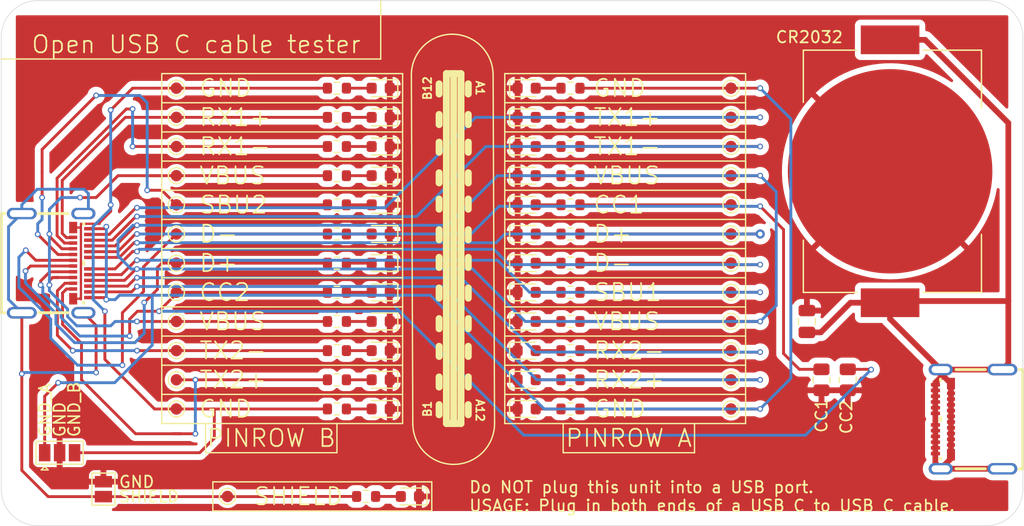
<source format=kicad_pcb>
(kicad_pcb (version 20211014) (generator pcbnew)
  (layers (0 "F.Cu" signal) (31 "B.Cu" signal) (34 "B.Paste" user) (35 "F.Paste" user) (36 "B.SilkS" user "B.Silkscreen") (37 "F.SilkS" user "F.Silkscreen") (38 "B.Mask" user) (39 "F.Mask" user) (44 "Edge.Cuts" user))
  (net 0 "")
  (net 1 "GND")
  (net 2 "VCC")
  (net 3 "SHIELD")
  (net 4 "GND_B")
  (net 5 "RX1+")
  (net 6 "RX1-")
  (net 7 "VBUS_B")
  (net 8 "SBU2")
  (net 9 "D2-")
  (net 10 "D2+")
  (net 11 "CC2")
  (net 12 "TX2-")
  (net 13 "TX2+")
  (net 14 "GND_A")
  (net 15 "RX2+")
  (net 16 "RX2-")
  (net 17 "VBUS_A")
  (net 18 "SBU1")
  (net 19 "D1-")
  (net 20 "D1+")
  (net 21 "CC1")
  (net 22 "TX1-")
  (net 23 "TX1+")
  (net 24 "Net-(LED1-Pad2)")
  (net 25 "Net-(LED2-Pad2)")
  (net 26 "Net-(LED3-Pad2)")
  (net 27 "Net-(LED4-Pad2)")
  (net 28 "Net-(LED5-Pad2)")
  (net 29 "Net-(LED6-Pad2)")
  (net 30 "Net-(LED7-Pad2)")
  (net 31 "Net-(LED8-Pad2)")
  (net 32 "Net-(LED9-Pad2)")
  (net 33 "Net-(LED10-Pad2)")
  (net 34 "Net-(LED11-Pad2)")
  (net 35 "Net-(LED12-Pad2)")
  (net 36 "Net-(LED13-Pad2)")
  (net 37 "Net-(LED14-Pad2)")
  (net 38 "Net-(LED15-Pad2)")
  (net 39 "Net-(LED16-Pad2)")
  (net 40 "Net-(LED17-Pad2)")
  (net 41 "Net-(LED18-Pad2)")
  (net 42 "Net-(LED19-Pad2)")
  (net 43 "Net-(LED20-Pad2)")
  (net 44 "Net-(LED21-Pad2)")
  (net 45 "Net-(LED22-Pad2)")
  (net 46 "Net-(LED23-Pad2)")
  (net 47 "Net-(LED24-Pad2)")
  (net 48 "Net-(LED25-Pad2)")
  (footprint "Capacitor_SMD:C_0805_2012Metric" (layer "F.Cu") (at 166.624 106.68 90)
    (fp_text reference "C1" hide)
    (fp_text value "1uF" hide)
  )
  (footprint "usb-c-tester:105450-0101" (layer "F.Cu") (at 180.721 115.189 90)
    (fp_text reference "J1" hide)
    (fp_text value "105450-0101" hide)
  )
  (footprint "usb-c-tester:105450-0101" (layer "F.Cu") (at 101.219 101.6 -90)
    (fp_text reference "J2" hide)
    (fp_text value "105450-0101" hide)
  )
  (footprint "Jumper:SolderJumper-3_P1.3mm_Open_Pad1.0x1.5mm" (layer "F.Cu") (at 101.6 118.11)
    (fp_text reference "JP1" hide)
    (fp_text value "SolderJumper_3_Open" hide)
  )
  (footprint "Jumper:SolderJumper-2_P1.3mm_Open_Pad1.0x1.5mm" (layer "F.Cu") (at 105.41 121.285 90)
    (fp_text reference "JP2" hide)
    (fp_text value "SolderJumper_2_Open" hide)
  )
  (footprint "LED_SMD:LED_0603_1608Metric" (layer "F.Cu") (at 142.24 86.36)
    (fp_text reference "LED1" hide)
    (fp_text value "LED" hide)
  )
  (footprint "LED_SMD:LED_0603_1608Metric" (layer "F.Cu") (at 142.24 88.9)
    (fp_text reference "LED2" hide)
    (fp_text value "LED" hide)
  )
  (footprint "LED_SMD:LED_0603_1608Metric" (layer "F.Cu") (at 142.24 91.44)
    (fp_text reference "LED3" hide)
    (fp_text value "LED" hide)
  )
  (footprint "LED_SMD:LED_0603_1608Metric" (layer "F.Cu") (at 142.24 93.98)
    (fp_text reference "LED4" hide)
    (fp_text value "LED" hide)
  )
  (footprint "LED_SMD:LED_0603_1608Metric" (layer "F.Cu") (at 142.24 96.52)
    (fp_text reference "LED5" hide)
    (fp_text value "LED" hide)
  )
  (footprint "LED_SMD:LED_0603_1608Metric" (layer "F.Cu") (at 142.24 99.06)
    (fp_text reference "LED6" hide)
    (fp_text value "LED" hide)
  )
  (footprint "LED_SMD:LED_0603_1608Metric" (layer "F.Cu") (at 142.24 101.6)
    (fp_text reference "LED7" hide)
    (fp_text value "LED" hide)
  )
  (footprint "LED_SMD:LED_0603_1608Metric" (layer "F.Cu") (at 142.24 104.14)
    (fp_text reference "LED8" hide)
    (fp_text value "LED" hide)
  )
  (footprint "LED_SMD:LED_0603_1608Metric" (layer "F.Cu") (at 142.24 109.22)
    (fp_text reference "LED9" hide)
    (fp_text value "LED" hide)
  )
  (footprint "LED_SMD:LED_0603_1608Metric" (layer "F.Cu") (at 142.24 111.76)
    (fp_text reference "LED10" hide)
    (fp_text value "LED" hide)
  )
  (footprint "LED_SMD:LED_0603_1608Metric" (layer "F.Cu") (at 132.08 121.92 180)
    (fp_text reference "LED11" hide)
    (fp_text value "LED" hide)
  )
  (footprint "LED_SMD:LED_0603_1608Metric" (layer "F.Cu") (at 129.54 114.3 180)
    (fp_text reference "LED12" hide)
    (fp_text value "LED" hide)
  )
  (footprint "LED_SMD:LED_0603_1608Metric" (layer "F.Cu") (at 129.54 111.76 180)
    (fp_text reference "LED13" hide)
    (fp_text value "LED" hide)
  )
  (footprint "LED_SMD:LED_0603_1608Metric" (layer "F.Cu") (at 129.54 109.22 180)
    (fp_text reference "LED14" hide)
    (fp_text value "LED" hide)
  )
  (footprint "LED_SMD:LED_0603_1608Metric" (layer "F.Cu") (at 129.54 106.68 180)
    (fp_text reference "LED15" hide)
    (fp_text value "LED" hide)
  )
  (footprint "LED_SMD:LED_0603_1608Metric" (layer "F.Cu") (at 129.54 104.14 180)
    (fp_text reference "LED16" hide)
    (fp_text value "LED" hide)
  )
  (footprint "LED_SMD:LED_0603_1608Metric" (layer "F.Cu") (at 129.54 101.6 180)
    (fp_text reference "LED17" hide)
    (fp_text value "LED" hide)
  )
  (footprint "LED_SMD:LED_0603_1608Metric" (layer "F.Cu") (at 129.54 99.06 180)
    (fp_text reference "LED18" hide)
    (fp_text value "LED" hide)
  )
  (footprint "LED_SMD:LED_0603_1608Metric" (layer "F.Cu") (at 129.54 96.52 180)
    (fp_text reference "LED19" hide)
    (fp_text value "LED" hide)
  )
  (footprint "LED_SMD:LED_0603_1608Metric" (layer "F.Cu") (at 129.54 91.44 180)
    (fp_text reference "LED20" hide)
    (fp_text value "LED" hide)
  )
  (footprint "LED_SMD:LED_0603_1608Metric" (layer "F.Cu") (at 129.54 88.9 180)
    (fp_text reference "LED21" hide)
    (fp_text value "LED" hide)
  )
  (footprint "LED_SMD:LED_0603_1608Metric" (layer "F.Cu") (at 142.24 106.68)
    (fp_text reference "LED22" hide)
    (fp_text value "LED" hide)
  )
  (footprint "LED_SMD:LED_0603_1608Metric" (layer "F.Cu") (at 142.24 114.3)
    (fp_text reference "LED23" hide)
    (fp_text value "LED" hide)
  )
  (footprint "LED_SMD:LED_0603_1608Metric" (layer "F.Cu") (at 129.54 86.36 180)
    (fp_text reference "LED24" hide)
    (fp_text value "LED" hide)
  )
  (footprint "LED_SMD:LED_0603_1608Metric" (layer "F.Cu") (at 129.54 93.98 180)
    (fp_text reference "LED25" hide)
    (fp_text value "LED" hide)
  )
  (footprint "Resistor_SMD:R_0603_1608Metric" (layer "F.Cu") (at 146.05 86.36 180)
    (fp_text reference "R1" hide)
    (fp_text value "100" hide)
  )
  (footprint "Resistor_SMD:R_0603_1608Metric" (layer "F.Cu") (at 146.05 88.9 180)
    (fp_text reference "R2" hide)
    (fp_text value "100" hide)
  )
  (footprint "Resistor_SMD:R_0603_1608Metric" (layer "F.Cu") (at 146.05 91.44 180)
    (fp_text reference "R3" hide)
    (fp_text value "100" hide)
  )
  (footprint "Resistor_SMD:R_0603_1608Metric" (layer "F.Cu") (at 146.05 93.98 180)
    (fp_text reference "R4" hide)
    (fp_text value "100" hide)
  )
  (footprint "Resistor_SMD:R_0603_1608Metric" (layer "F.Cu") (at 146.05 96.52 180)
    (fp_text reference "R5" hide)
    (fp_text value "100" hide)
  )
  (footprint "Resistor_SMD:R_0603_1608Metric" (layer "F.Cu") (at 146.05 99.06 180)
    (fp_text reference "R6" hide)
    (fp_text value "100" hide)
  )
  (footprint "Resistor_SMD:R_0603_1608Metric" (layer "F.Cu") (at 146.05 101.6 180)
    (fp_text reference "R7" hide)
    (fp_text value "100" hide)
  )
  (footprint "Resistor_SMD:R_0603_1608Metric" (layer "F.Cu") (at 146.05 104.14 180)
    (fp_text reference "R8" hide)
    (fp_text value "100" hide)
  )
  (footprint "Resistor_SMD:R_0603_1608Metric" (layer "F.Cu") (at 146.05 109.22 180)
    (fp_text reference "R9" hide)
    (fp_text value "100" hide)
  )
  (footprint "Resistor_SMD:R_0603_1608Metric" (layer "F.Cu") (at 146.05 111.76 180)
    (fp_text reference "R10" hide)
    (fp_text value "100" hide)
  )
  (footprint "Resistor_SMD:R_0603_1608Metric" (layer "F.Cu") (at 128.27 121.92)
    (fp_text reference "R11" hide)
    (fp_text value "100" hide)
  )
  (footprint "Resistor_SMD:R_0603_1608Metric" (layer "F.Cu") (at 125.73 114.3)
    (fp_text reference "R12" hide)
    (fp_text value "100" hide)
  )
  (footprint "Resistor_SMD:R_0603_1608Metric" (layer "F.Cu") (at 125.73 111.76)
    (fp_text reference "R13" hide)
    (fp_text value "100" hide)
  )
  (footprint "Resistor_SMD:R_0603_1608Metric" (layer "F.Cu") (at 125.73 109.22)
    (fp_text reference "R14" hide)
    (fp_text value "100" hide)
  )
  (footprint "Resistor_SMD:R_0603_1608Metric" (layer "F.Cu") (at 125.73 106.68)
    (fp_text reference "R15" hide)
    (fp_text value "100" hide)
  )
  (footprint "Resistor_SMD:R_0603_1608Metric" (layer "F.Cu") (at 125.73 104.14)
    (fp_text reference "R16" hide)
    (fp_text value "100" hide)
  )
  (footprint "Resistor_SMD:R_0603_1608Metric" (layer "F.Cu") (at 125.73 101.6)
    (fp_text reference "R17" hide)
    (fp_text value "100" hide)
  )
  (footprint "Resistor_SMD:R_0603_1608Metric" (layer "F.Cu") (at 125.73 99.06)
    (fp_text reference "R18" hide)
    (fp_text value "100" hide)
  )
  (footprint "Resistor_SMD:R_0603_1608Metric" (layer "F.Cu") (at 125.73 96.52)
    (fp_text reference "R19" hide)
    (fp_text value "100" hide)
  )
  (footprint "Resistor_SMD:R_0603_1608Metric" (layer "F.Cu") (at 125.73 91.44)
    (fp_text reference "R20" hide)
    (fp_text value "100" hide)
  )
  (footprint "Resistor_SMD:R_0603_1608Metric" (layer "F.Cu") (at 125.73 88.9)
    (fp_text reference "R21" hide)
    (fp_text value "100" hide)
  )
  (footprint "Resistor_SMD:R_0603_1608Metric" (layer "F.Cu") (at 146.05 106.68 180)
    (fp_text reference "R22" hide)
    (fp_text value "100" hide)
  )
  (footprint "Resistor_SMD:R_0603_1608Metric" (layer "F.Cu") (at 146.05 114.3 180)
    (fp_text reference "R23" hide)
    (fp_text value "100" hide)
  )
  (footprint "Resistor_SMD:R_0603_1608Metric" (layer "F.Cu") (at 125.73 86.36)
    (fp_text reference "R24" hide)
    (fp_text value "100" hide)
  )
  (footprint "Resistor_SMD:R_0603_1608Metric" (layer "F.Cu") (at 125.73 93.98)
    (fp_text reference "R25" hide)
    (fp_text value "100" hide)
  )
  (footprint "Resistor_SMD:R_0805_2012Metric" (layer "F.Cu") (at 167.894 111.76 -90)
    (fp_text reference "R26" hide)
    (fp_text value "R" hide)
  )
  (footprint "Resistor_SMD:R_0805_2012Metric" (layer "F.Cu") (at 170.18 111.76 -90)
    (fp_text reference "R27" hide)
    (fp_text value "R" hide)
  )
  (footprint "TestPoint:TestPoint_Pad_D1.0mm" (layer "F.Cu") (at 160.02 86.36)
    (fp_text reference "TP1" hide)
    (fp_text value "TestPoint" hide)
  )
  (footprint "TestPoint:TestPoint_Pad_D1.0mm" (layer "F.Cu") (at 160.02 88.9)
    (fp_text reference "TP2" hide)
    (fp_text value "TestPoint" hide)
  )
  (footprint "TestPoint:TestPoint_Pad_D1.0mm" (layer "F.Cu") (at 160.02 91.44)
    (fp_text reference "TP3" hide)
    (fp_text value "TestPoint" hide)
  )
  (footprint "TestPoint:TestPoint_Pad_D1.0mm" (layer "F.Cu") (at 160.02 93.98)
    (fp_text reference "TP4" hide)
    (fp_text value "TestPoint" hide)
  )
  (footprint "TestPoint:TestPoint_Pad_D1.0mm" (layer "F.Cu") (at 160.02 96.52)
    (fp_text reference "TP5" hide)
    (fp_text value "TestPoint" hide)
  )
  (footprint "TestPoint:TestPoint_Pad_D1.0mm" (layer "F.Cu") (at 160.02 99.06)
    (fp_text reference "TP6" hide)
    (fp_text value "TestPoint" hide)
  )
  (footprint "TestPoint:TestPoint_Pad_D1.0mm" (layer "F.Cu") (at 160.02 101.6)
    (fp_text reference "TP7" hide)
    (fp_text value "TestPoint" hide)
  )
  (footprint "TestPoint:TestPoint_Pad_D1.0mm" (layer "F.Cu") (at 160.02 104.14)
    (fp_text reference "TP8" hide)
    (fp_text value "TestPoint" hide)
  )
  (footprint "TestPoint:TestPoint_Pad_D1.0mm" (layer "F.Cu") (at 160.02 109.22)
    (fp_text reference "TP9" hide)
    (fp_text value "TestPoint" hide)
  )
  (footprint "TestPoint:TestPoint_Pad_D1.0mm" (layer "F.Cu") (at 160.02 111.76)
    (fp_text reference "TP10" hide)
    (fp_text value "TestPoint" hide)
  )
  (footprint "TestPoint:TestPoint_Pad_D1.0mm" (layer "F.Cu") (at 116.205 121.92)
    (fp_text reference "TP11" hide)
    (fp_text value "TestPoint" hide)
  )
  (footprint "TestPoint:TestPoint_Pad_D1.0mm" (layer "F.Cu") (at 111.76 114.3)
    (fp_text reference "TP12" hide)
    (fp_text value "TestPoint" hide)
  )
  (footprint "TestPoint:TestPoint_Pad_D1.0mm" (layer "F.Cu") (at 111.76 111.76)
    (fp_text reference "TP13" hide)
    (fp_text value "TestPoint" hide)
  )
  (footprint "TestPoint:TestPoint_Pad_D1.0mm" (layer "F.Cu") (at 111.76 109.22)
    (fp_text reference "TP14" hide)
    (fp_text value "TestPoint" hide)
  )
  (footprint "TestPoint:TestPoint_Pad_D1.0mm" (layer "F.Cu") (at 111.76 106.68)
    (fp_text reference "TP15" hide)
    (fp_text value "TestPoint" hide)
  )
  (footprint "TestPoint:TestPoint_Pad_D1.0mm" (layer "F.Cu") (at 111.76 104.14)
    (fp_text reference "TP16" hide)
    (fp_text value "TestPoint" hide)
  )
  (footprint "TestPoint:TestPoint_Pad_D1.0mm" (layer "F.Cu") (at 111.76 101.6)
    (fp_text reference "TP17" hide)
    (fp_text value "TestPoint" hide)
  )
  (footprint "TestPoint:TestPoint_Pad_D1.0mm" (layer "F.Cu") (at 111.76 99.06)
    (fp_text reference "TP18" hide)
    (fp_text value "TestPoint" hide)
  )
  (footprint "TestPoint:TestPoint_Pad_D1.0mm" (layer "F.Cu") (at 111.76 96.52)
    (fp_text reference "TP19" hide)
    (fp_text value "TestPoint" hide)
  )
  (footprint "TestPoint:TestPoint_Pad_D1.0mm" (layer "F.Cu") (at 111.76 91.44)
    (fp_text reference "TP20" hide)
    (fp_text value "TestPoint" hide)
  )
  (footprint "TestPoint:TestPoint_Pad_D1.0mm" (layer "F.Cu") (at 111.76 88.9)
    (fp_text reference "TP21" hide)
    (fp_text value "TestPoint" hide)
  )
  (footprint "TestPoint:TestPoint_Pad_D1.0mm" (layer "F.Cu") (at 160.02 106.68)
    (fp_text reference "TP22" hide)
    (fp_text value "TestPoint" hide)
  )
  (footprint "TestPoint:TestPoint_Pad_D1.0mm" (layer "F.Cu") (at 160.02 114.3)
    (fp_text reference "TP23" hide)
    (fp_text value "TestPoint" hide)
  )
  (footprint "TestPoint:TestPoint_Pad_D1.0mm" (layer "F.Cu") (at 111.76 86.36)
    (fp_text reference "TP24" hide)
    (fp_text value "TestPoint" hide)
  )
  (footprint "TestPoint:TestPoint_Pad_D1.0mm" (layer "F.Cu") (at 111.76 93.98)
    (fp_text reference "TP25" hide)
    (fp_text value "TestPoint" hide)
  )
  (footprint "usb-c-tester:BAT_BAT-HLD-001-TR" (layer "F.Cu") (at 173.863 93.599 90)
    (fp_text reference "G1" hide)
    (fp_text value "BAT-HLD-001-TR" hide)
  )
  (gr_line (start 161.29 87.63) (end 140.335 87.63) (layer "F.SilkS") (width 0.12))
  (gr_line (start 140.335 85.09) (end 161.29 85.09) (layer "F.SilkS") (width 0.12))
  (gr_line (start 131.445 115.57) (end 131.445 85.09) (layer "F.SilkS") (width 0.12))
  (gr_line (start 145.415 115.57) (end 145.415 118.11) (layer "F.SilkS") (width 0.12))
  (gr_line (start 145.415 118.11) (end 156.845 118.11) (layer "F.SilkS") (width 0.12))
  (gr_line (start 156.845 118.11) (end 156.845 115.57) (layer "F.SilkS") (width 0.12))
  (gr_line (start 114.935 123.19) (end 114.935 120.65) (layer "F.SilkS") (width 0.12))
  (gr_line (start 136.525 85.09) (end 136.525 115.57) (layer "F.SilkS") (width 0.6))
  (gr_line (start 135.255 85.09) (end 136.525 85.09) (layer "F.SilkS") (width 0.6))
  (gr_line (start 135.255 115.57) (end 136.525 115.57) (layer "F.SilkS") (width 0.6))
  (gr_line (start 137.16 85.979) (end 137.16 86.868) (layer "F.SilkS") (width 0.6))
  (gr_line (start 134.62 93.726) (end 134.62 94.615) (layer "F.SilkS") (width 0.6))
  (gr_line (start 134.62 91.059) (end 134.62 91.948) (layer "F.SilkS") (width 0.6))
  (gr_line (start 134.62 88.646) (end 134.62 89.535) (layer "F.SilkS") (width 0.6))
  (gr_line (start 134.62 85.979) (end 134.62 86.868) (layer "F.SilkS") (width 0.6))
  (gr_line (start 134.62 113.919) (end 134.62 114.808) (layer "F.SilkS") (width 0.6))
  (gr_line (start 134.62 111.506) (end 134.62 112.395) (layer "F.SilkS") (width 0.6))
  (gr_line (start 134.62 108.839) (end 134.62 109.728) (layer "F.SilkS") (width 0.6))
  (gr_line (start 134.62 106.426) (end 134.62 107.315) (layer "F.SilkS") (width 0.6))
  (gr_line (start 134.62 103.759) (end 134.62 104.648) (layer "F.SilkS") (width 0.6))
  (gr_line (start 134.62 101.092) (end 134.62 101.981) (layer "F.SilkS") (width 0.6))
  (gr_line (start 134.62 98.679) (end 134.62 99.568) (layer "F.SilkS") (width 0.6))
  (gr_line (start 134.62 96.012) (end 134.62 96.901) (layer "F.SilkS") (width 0.6))
  (gr_arc (start 132.207 85.217) (mid 133.248528 82.702528) (end 135.763 81.661) (layer "F.SilkS") (width 0.12))
  (gr_arc (start 135.763 81.661) (mid 138.277472 82.702528) (end 139.319 85.217) (layer "F.SilkS") (width 0.12))
  (gr_arc (start 139.446 115.57) (mid 138.404472 118.084472) (end 135.89 119.126) (layer "F.SilkS") (width 0.12))
  (gr_arc (start 135.89 119.126) (mid 133.375528 118.084472) (end 132.334 115.57) (layer "F.SilkS") (width 0.12))
  (gr_line (start 139.446 115.57) (end 139.319 85.217) (layer "F.SilkS") (width 0.12))
  (gr_line (start 114.3 118.11) (end 125.73 118.11) (layer "F.SilkS") (width 0.12))
  (gr_line (start 140.335 87.63) (end 140.335 115.57) (layer "F.SilkS") (width 0.12))
  (gr_line (start 133.985 123.19) (end 114.935 123.19) (layer "F.SilkS") (width 0.12))
  (gr_line (start 131.445 97.79) (end 110.49 97.79) (layer "F.SilkS") (width 0.12))
  (gr_line (start 135.255 85.09) (end 135.255 115.57) (layer "F.SilkS") (width 0.6))
  (gr_line (start 137.16 93.726) (end 137.16 94.615) (layer "F.SilkS") (width 0.6))
  (gr_line (start 140.335 97.79) (end 161.29 97.79) (layer "F.SilkS") (width 0.12))
  (gr_line (start 140.335 92.71) (end 161.29 92.71) (layer "F.SilkS") (width 0.12))
  (gr_line (start 131.445 102.87) (end 110.49 102.87) (layer "F.SilkS") (width 0.12))
  (gr_line (start 137.16 98.679) (end 137.16 99.568) (layer "F.SilkS") (width 0.6))
  (gr_line (start 137.16 106.426) (end 137.16 107.315) (layer "F.SilkS") (width 0.6))
  (gr_line (start 132.207 85.217) (end 132.334 115.697) (layer "F.SilkS") (width 0.12))
  (gr_line (start 140.335 115.57) (end 161.29 115.57) (layer "F.SilkS") (width 0.12))
  (gr_line (start 131.445 105.41) (end 110.49 105.41) (layer "F.SilkS") (width 0.12))
  (gr_line (start 140.335 107.95) (end 161.29 107.95) (layer "F.SilkS") (width 0.12))
  (gr_line (start 125.73 118.11) (end 125.73 115.57) (layer "F.SilkS") (width 0.12))
  (gr_line (start 110.49 90.17) (end 131.445 90.17) (layer "F.SilkS") (width 0.12))
  (gr_line (start 131.445 92.71) (end 110.49 92.71) (layer "F.SilkS") (width 0.12))
  (gr_line (start 135.89 85.09) (end 135.89 115.57) (layer "F.SilkS") (width 0.6))
  (gr_line (start 137.16 108.839) (end 137.16 109.728) (layer "F.SilkS") (width 0.6))
  (gr_line (start 140.335 105.41) (end 161.29 105.41) (layer "F.SilkS") (width 0.12))
  (gr_line (start 140.335 102.87) (end 161.29 102.87) (layer "F.SilkS") (width 0.12))
  (gr_line (start 140.335 110.49) (end 161.29 110.49) (layer "F.SilkS") (width 0.12))
  (gr_line (start 140.335 100.33) (end 161.29 100.33) (layer "F.SilkS") (width 0.12))
  (gr_line (start 110.49 100.33) (end 131.445 100.33) (layer "F.SilkS") (width 0.12))
  (gr_line (start 114.935 120.65) (end 133.985 120.65) (layer "F.SilkS") (width 0.12))
  (gr_line (start 110.49 115.57) (end 131.445 115.57) (layer "F.SilkS") (width 0.12))
  (gr_line (start 96.52 83.82) (end 129.54 83.82) (layer "F.SilkS") (width 0.12))
  (gr_line (start 129.54 83.82) (end 129.54 78.74) (layer "F.SilkS") (width 0.12))
  (gr_line (start 131.445 85.09) (end 110.49 85.09) (layer "F.SilkS") (width 0.12))
  (gr_line (start 161.29 90.17) (end 140.335 90.17) (layer "F.SilkS") (width 0.12))
  (gr_line (start 137.16 88.646) (end 137.16 89.535) (layer "F.SilkS") (width 0.6))
  (gr_line (start 161.29 92.71) (end 161.29 95.25) (layer "F.SilkS") (width 0.12))
  (gr_line (start 161.29 95.25) (end 140.335 95.25) (layer "F.SilkS") (width 0.12))
  (gr_line (start 131.445 113.03) (end 110.49 113.03) (layer "F.SilkS") (width 0.12))
  (gr_line (start 131.445 87.63) (end 110.49 87.63) (layer "F.SilkS") (width 0.12))
  (gr_line (start 110.49 85.09) (end 110.49 115.57) (layer "F.SilkS") (width 0.12))
  (gr_line (start 137.16 91.059) (end 137.16 91.948) (layer "F.SilkS") (width 0.6))
  (gr_line (start 133.985 120.65) (end 133.985 123.19) (layer "F.SilkS") (width 0.12))
  (gr_line (start 137.16 101.092) (end 137.16 101.981) (layer "F.SilkS") (width 0.6))
  (gr_line (start 137.16 111.506) (end 137.16 112.395) (layer "F.SilkS") (width 0.6))
  (gr_line (start 137.16 113.919) (end 137.16 114.808) (layer "F.SilkS") (width 0.6))
  (gr_line (start 140.335 113.03) (end 161.29 113.03) (layer "F.SilkS") (width 0.12))
  (gr_line (start 140.335 87.63) (end 140.335 85.09) (layer "F.SilkS") (width 0.12))
  (gr_line (start 131.445 107.95) (end 110.49 107.95) (layer "F.SilkS") (width 0.12))
  (gr_line (start 137.16 96.012) (end 137.16 96.901) (layer "F.SilkS") (width 0.6))
  (gr_line (start 110.49 110.49) (end 131.445 110.49) (layer "F.SilkS") (width 0.12))
  (gr_line (start 137.16 103.759) (end 137.16 104.648) (layer "F.SilkS") (width 0.6))
  (gr_line (start 110.49 95.25) (end 131.445 95.25) (layer "F.SilkS") (width 0.12))
  (gr_line (start 161.29 115.57) (end 161.29 85.09) (layer "F.SilkS") (width 0.12))
  (gr_line (start 114.3 115.57) (end 114.3 118.11) (layer "F.SilkS") (width 0.12))
  (gr_arc (start 182.245 78.74) (mid 184.490064 79.669936) (end 185.42 81.915) (layer "Edge.Cuts") (width 0.05))
  (gr_line (start 99.695 78.74) (end 182.245 78.74) (layer "Edge.Cuts") (width 0.05))
  (gr_line (start 96.52 121.285) (end 96.52 81.915) (layer "Edge.Cuts") (width 0.05))
  (gr_line (start 185.42 81.915) (end 185.42 121.285) (layer "Edge.Cuts") (width 0.05))
  (gr_line (start 182.245 124.46) (end 99.695 124.46) (layer "Edge.Cuts") (width 0.05))
  (gr_arc (start 185.42 121.285) (mid 184.490064 123.530064) (end 182.245 124.46) (layer "Edge.Cuts") (width 0.05))
  (gr_arc (start 99.695 124.46) (mid 97.449936 123.530064) (end 96.52 121.285) (layer "Edge.Cuts") (width 0.05))
  (gr_arc (start 96.52 81.915) (mid 97.449936 79.669936) (end 99.695 78.74) (layer "Edge.Cuts") (width 0.05))
  (gr_text "RX1+" (at 113.665 88.9) (layer "F.SilkS") (effects (font (size 1.5 1.5)) (justify left)))
  (gr_text "PINROW B" (at 120.015 116.84) (layer "F.SilkS") (effects (font (size 1.5 1.5))))
  (gr_text "PINROW A" (at 151.13 116.84) (layer "F.SilkS") (effects (font (size 1.5 1.5))))
  (gr_text "SHIELD" (at 126.365 121.92) (layer "F.SilkS") (effects (font (size 1.5 1.5)) (justify right)))
  (gr_text "GND" (at 101.6 116.84 90) (layer "F.SilkS") (effects (font (size 1 1)) (justify left)))
  (gr_text "GND_A" (at 100.33 116.84 90) (layer "F.SilkS") (effects (font (size 1 1)) (justify left)))
  (gr_text "CR2032" (at 163.83 81.915) (layer "F.SilkS") (effects (font (size 1 1)) (justify left)))
  (gr_text "Open USB C cable tester" (at 99.06 82.55) (layer "F.SilkS") (effects (font (size 1.5 1.5)) (justify left)))
  (gr_text "Do NOT plug this unit into a USB port.\nUSAGE: Plug in both ends of a USB C to USB C cable." (at 137.16 121.92) (layer "F.SilkS") (effects (font (size 1 1)) (justify left)))
  (gr_text "B12" (at 133.604 86.36 90) (layer "F.SilkS") (effects (font (size 0.7 0.7))))
  (gr_text "CC1" (at 167.894 116.459 90) (layer "F.SilkS") (effects (font (size 1 1)) (justify left)))
  (gr_text "CC2" (at 170.053 116.586 90) (layer "F.SilkS") (effects (font (size 1 1)) (justify left)))
  (gr_text "GND" (at 113.665 114.3) (layer "F.SilkS") (effects (font (size 1.5 1.5)) (justify left)))
  (gr_text "A12" (at 138.176 114.427 270) (layer "F.SilkS") (effects (font (size 0.7 0.7))))
  (gr_text "TX2-" (at 113.665 109.22) (layer "F.SilkS") (effects (font (size 1.5 1.5)) (justify left)))
  (gr_text "GND_B" (at 102.87 116.84 90) (layer "F.SilkS") (effects (font (size 1 1)) (justify left)))
  (gr_text "D+" (at 147.955 99.06) (layer "F.SilkS") (effects (font (size 1.5 1.5)) (justify left)))
  (gr_text "RX2-" (at 147.955 109.22) (layer "F.SilkS") (effects (font (size 1.5 1.5)) (justify left)))
  (gr_text "RX1-" (at 113.665 91.44) (layer "F.SilkS") (effects (font (size 1.5 1.5)) (justify left)))
  (gr_text "VBUS" (at 113.665 106.68) (layer "F.SilkS") (effects (font (size 1.5 1.5)) (justify left)))
  (gr_text "B1" (at 133.604 114.3 90) (layer "F.SilkS") (effects (font (size 0.7 0.7))))
  (gr_text "GND" (at 147.955 114.3) (layer "F.SilkS") (effects (font (size 1.5 1.5)) (justify left)))
  (gr_text "TX1-" (at 147.955 91.44) (layer "F.SilkS") (effects (font (size 1.5 1.5)) (justify left)))
  (gr_text "TX1+" (at 147.955 88.9) (layer "F.SilkS") (effects (font (size 1.5 1.5)) (justify left)))
  (gr_text "VBUS" (at 147.955 106.68) (layer "F.SilkS") (effects (font (size 1.5 1.5)) (justify left)))
  (gr_text "RX2+" (at 147.955 111.76) (layer "F.SilkS") (effects (font (size 1.5 1.5)) (justify left)))
  (gr_text "GND" (at 113.665 86.36) (layer "F.SilkS") (effects (font (size 1.5 1.5)) (justify left)))
  (gr_text "D+" (at 113.665 101.6) (layer "F.SilkS") (effects (font (size 1.5 1.5)) (justify left)))
  (gr_text "SHIELD" (at 106.68 121.92) (layer "F.SilkS") (effects (font (size 1 1)) (justify left)))
  (gr_text "GND" (at 147.955 86.36) (layer "F.SilkS") (effects (font (size 1.5 1.5)) (justify left)))
  (gr_text "D-" (at 147.955 101.6) (layer "F.SilkS") (effects (font (size 1.5 1.5)) (justify left)))
  (gr_text "VBUS" (at 147.955 93.98) (layer "F.SilkS") (effects (font (size 1.5 1.5)) (justify left)))
  (gr_text "D-" (at 113.665 99.06) (layer "F.SilkS") (effects (font (size 1.5 1.5)) (justify left)))
  (gr_text "TX2+" (at 113.665 111.76) (layer "F.SilkS") (effects (font (size 1.5 1.5)) (justify left)))
  (gr_text "VBUS" (at 113.665 93.98) (layer "F.SilkS") (effects (font (size 1.5 1.5)) (justify left)))
  (gr_text "CC2" (at 113.665 104.14) (layer "F.SilkS") (effects (font (size 1.5 1.5)) (justify left)))
  (gr_text "SBU1" (at 147.955 104.14) (layer "F.SilkS") (effects (font (size 1.5 1.5)) (justify left)))
  (gr_text "SBU2" (at 113.665 96.52) (layer "F.SilkS") (effects (font (size 1.5 1.5)) (justify left)))
  (gr_text "CC1" (at 147.955 96.52) (layer "F.SilkS") (effects (font (size 1.5 1.5)) (justify left)))
  (gr_text "GND" (at 106.68 120.65) (layer "F.SilkS") (effects (font (size 1 1)) (justify left)))
  (gr_text "A1" (at 138.176 86.36 270) (layer "F.SilkS") (effects (font (size 0.7 0.7))))
  (segment (start 178.271 110.869) (end 178.271 111.543) (width 0.5) (layer "F.Cu") (net 2))
  (segment (start 184.15 104.902) (end 184.15 110.35) (width 0.5) (layer "F.Cu") (net 2))
  (segment (start 178.271 110.869) (end 178.271 111.199) (width 0.5) (layer "F.Cu") (net 2))
  (segment (start 179.161 118.289) (end 179.161 118.619) (width 0.5) (layer "F.Cu") (net 2))
  (segment (start 170.414 105.049) (end 173.863 105.049) (width 0.5) (layer "F.Cu") (net 2))
  (segment (start 178.271 111.543) (end 177.8 112.014) (width 0.5) (layer "F.Cu") (net 2))
  (segment (start 178.271 111.199) (end 179.161 112.089) (width 0.5) (layer "F.Cu") (net 2))
  (segment (start 184.15 110.35) (end 183.631 110.869) (width 0.5) (layer "F.Cu") (net 2))
  (segment (start 177.8 112.014) (end 177.8 119.038) (width 0.5) (layer "F.Cu") (net 2))
  (segment (start 173.863 106.461) (end 178.271 110.869) (width 0.5) (layer "F.Cu") (net 2))
  (segment (start 174.01 104.902) (end 173.863 105.049) (width 0.5) (layer "F.Cu") (net 2))
  (segment (start 173.863 105.049) (end 173.863 106.461) (width 0.5) (layer "F.Cu") (net 2))
  (segment (start 177.8 119.038) (end 178.271 119.509) (width 0.5) (layer "F.Cu") (net 2))
  (segment (start 178.271 119.509) (end 183.631 119.509) (width 0.5) (layer "F.Cu") (net 2))
  (segment (start 178.271 110.869) (end 183.631 110.869) (width 0.5) (layer "F.Cu") (net 2))
  (segment (start 184.15 104.902) (end 174.01 104.902) (width 0.5) (layer "F.Cu") (net 2))
  (segment (start 173.863 82.149) (end 176.913 82.149) (width 0.5) (layer "F.Cu") (net 2))
  (segment (start 166.624 107.63) (end 167.833 107.63) (width 0.5) (layer "F.Cu") (net 2))
  (segment (start 184.15 89.386) (end 184.15 104.902) (width 0.5) (layer "F.Cu") (net 2))
  (segment (start 179.161 118.619) (end 178.271 119.509) (width 0.5) (layer "F.Cu") (net 2))
  (segment (start 176.913 82.149) (end 184.15 89.386) (width 0.5) (layer "F.Cu") (net 2))
  (segment (start 179.161 112.089) (end 179.161 118.289) (width 0.5) (layer "F.Cu") (net 2))
  (segment (start 167.833 107.63) (end 170.414 105.049) (width 0.5) (layer "F.Cu") (net 2))
  (segment (start 103.669 105.92) (end 104.775 107.026) (width 0.25) (layer "F.Cu") (net 3))
  (segment (start 104.775 107.026) (end 104.775 111.125) (width 0.25) (layer "F.Cu") (net 3))
  (segment (start 119.365 121.935) (end 119.38 121.92) (width 0.25) (layer "F.Cu") (net 3))
  (segment (start 98.309 119.645) (end 100.599 121.935) (width 0.25) (layer "F.Cu") (net 3))
  (segment (start 100.599 121.935) (end 105.41 121.935) (width 0.25) (layer "F.Cu") (net 3))
  (segment (start 119.38 121.92) (end 127.445 121.92) (width 0.25) (layer "F.Cu") (net 3))
  (segment (start 98.309 111.241) (end 98.309 119.645) (width 0.25) (layer "F.Cu") (net 3))
  (segment (start 98.309 105.92) (end 98.309 111.241) (width 0.25) (layer "F.Cu") (net 3))
  (segment (start 105.41 121.935) (end 119.365 121.935) (width 0.25) (layer "F.Cu") (net 3))
  (via (at 98.309 111.241) (size 0.5) (drill 0.3) (layers "F.Cu" "B.Cu") (net 3))
  (via (at 104.775 111.125) (size 0.5) (drill 0.3) (layers "F.Cu" "B.Cu") (net 3))
  (segment (start 104.103001 95.536999) (end 103.726001 95.159999) (width 0.25) (layer "B.Cu") (net 3))
  (segment (start 98.309 97.28) (end 98.3 97.28) (width 0.25) (layer "B.Cu") (net 3))
  (segment (start 98.425 111.125) (end 98.309 111.241) (width 0.25) (layer "B.Cu") (net 3))
  (segment (start 99.658001 95.159999) (end 98.309 96.509) (width 0.25) (layer "B.Cu") (net 3))
  (segment (start 98.3 97.28) (end 97.155 98.425) (width 0.25) (layer "B.Cu") (net 3))
  (segment (start 97.155 98.425) (end 97.155 104.766) (width 0.25) (layer "B.Cu") (net 3))
  (segment (start 97.155 104.766) (end 98.309 105.92) (width 0.25) (layer "B.Cu") (net 3))
  (segment (start 103.726001 95.159999) (end 99.658001 95.159999) (width 0.25) (layer "B.Cu") (net 3))
  (segment (start 103.669 97.28) (end 104.103001 96.845999) (width 0.25) (layer "B.Cu") (net 3))
  (segment (start 104.775 111.125) (end 98.425 111.125) (width 0.25) (layer "B.Cu") (net 3))
  (segment (start 98.309 96.509) (end 98.309 97.28) (width 0.25) (layer "B.Cu") (net 3))
  (segment (start 104.103001 96.845999) (end 104.103001 95.536999) (width 0.25) (layer "B.Cu") (net 3))
  (segment (start 111.76 86.36) (end 124.905 86.36) (width 0.25) (layer "F.Cu") (net 4))
  (segment (start 124.905 114.3) (end 115.062 114.3) (width 0.25) (layer "F.Cu") (net 4))
  (segment (start 109.855 114.3) (end 105.537 109.982) (width 0.25) (layer "F.Cu") (net 4))
  (segment (start 103.4542 98.5266) (end 103.4542 104.7496) (width 0.2) (layer "F.Cu") (net 4))
  (segment (start 103.3514 104.7) (end 103.449999 104.601401) (width 0.2) (layer "F.Cu") (net 4))
  (segment (start 115.062 116.84) (end 114.9985 116.9035) (width 0.25) (layer "F.Cu") (net 4))
  (segment (start 103.423399 98.5) (end 103.449999 98.5266) (width 0.2) (layer "F.Cu") (net 4))
  (segment (start 106.045 97.085685) (end 105.005686 98.124999) (width 0.25) (layer "F.Cu") (net 4))
  (segment (start 103.505 98.171) (end 105.0798 98.171) (width 0.2) (layer "F.Cu") (net 4))
  (segment (start 106.045 96.52) (end 106.045 97.085685) (width 0.25) (layer "F.Cu") (net 4))
  (segment (start 111.76 86.36) (end 107.95 86.36) (width 0.25) (layer "F.Cu") (net 4))
  (segment (start 113.792 118.11) (end 114.9985 116.9035) (width 0.25) (layer "F.Cu") (net 4))
  (segment (start 102.8 104.7) (end 103.3514 104.7) (width 0.2) (layer "F.Cu") (net 4))
  (segment (start 102.8 98.5) (end 103.423399 98.5) (width 0.2) (layer "F.Cu") (net 4))
  (segment (start 107.95 86.36) (end 106.045 88.265) (width 0.25) (layer "F.Cu") (net 4))
  (segment (start 103.4542 98.5012) (end 103.4542 98.171) (width 0.2) (layer "F.Cu") (net 4))
  (segment (start 114.9985 116.9035) (end 114.681 117.221) (width 0.25) (layer "F.Cu") (net 4))
  (segment (start 105.537 105.791) (end 105.537 109.982) (width 0.25) (layer "F.Cu") (net 4))
  (segment (start 102.9 118.11) (end 113.792 118.11) (width 0.25) (layer "F.Cu") (net 4))
  (segment (start 115.062 114.3) (end 115.062 116.84) (width 0.25) (layer "F.Cu") (net 4))
  (segment (start 115.062 114.3) (end 109.855 114.3) (width 0.25) (layer "F.Cu") (net 4))
  (segment (start 103.449999 104.601401) (end 103.449999 104.5464) (width 0.2) (layer "F.Cu") (net 4))
  (via (at 105.537 105.791) (size 0.5) (drill 0.3) (layers "F.Cu" "B.Cu") (net 4))
  (via (at 106.045 96.52) (size 0.5) (drill 0.3) (layers "F.Cu" "B.Cu") (net 4))
  (via (at 106.045 88.265) (size 0.5) (drill 0.3) (layers "F.Cu" "B.Cu") (net 4))
  (segment (start 106.045 96.52) (end 106.045 96.873553) (width 0.25) (layer "B.Cu") (net 4))
  (segment (start 106.045 96.873553) (end 104.521 98.397553) (width 0.25) (layer "B.Cu") (net 4))
  (segment (start 104.521 98.397553) (end 104.521 104.775) (width 0.25) (layer "B.Cu") (net 4))
  (segment (start 106.045 88.265) (end 106.045 96.52) (width 0.25) (layer "B.Cu") (net 4))
  (segment (start 104.521 104.775) (end 105.537 105.791) (width 0.25) (layer "B.Cu") (net 4))
  (segment (start 107.315 88.9) (end 111.76 88.9) (width 0.25) (layer "F.Cu") (net 5))
  (segment (start 101.8286 99.0136) (end 101.8286 94.3864) (width 0.25) (layer "F.Cu") (net 5))
  (segment (start 102.189999 99.374999) (end 101.8286 99.0136) (width 0.25) (layer "F.Cu") (net 5))
  (segment (start 111.76 88.9) (end 124.905 88.9) (width 0.25) (layer "F.Cu") (net 5))
  (segment (start 102.775001 99.374999) (end 102.189999 99.374999) (width 0.25) (layer "F.Cu") (net 5))
  (segment (start 101.8286 94.3864) (end 107.315 88.9) (width 0.25) (layer "F.Cu") (net 5))
  (segment (start 102.8 99.35) (end 102.775001 99.374999) (width 0.25) (layer "F.Cu") (net 5))
  (segment (start 101.37859 94.2) (end 107.40359 88.175) (width 0.25) (layer "F.Cu") (net 6))
  (segment (start 102.8 99.85) (end 102.02859 99.85) (width 0.25) (layer "F.Cu") (net 6))
  (segment (start 101.37859 99.2) (end 101.378591 96.181199) (width 0.25) (layer "F.Cu") (net 6))
  (segment (start 107.95 91.44) (end 111.76 91.44) (width 0.25) (layer "F.Cu") (net 6))
  (segment (start 107.40359 88.175) (end 107.95 88.175) (width 0.25) (layer "F.Cu") (net 6))
  (segment (start 111.76 91.44) (end 124.905 91.44) (width 0.25) (layer "F.Cu") (net 6))
  (segment (start 101.378591 96.181199) (end 101.37859 94.2) (width 0.25) (layer "F.Cu") (net 6))
  (segment (start 102.02859 99.85) (end 101.37859 99.2) (width 0.25) (layer "F.Cu") (net 6))
  (via (at 107.95 91.44) (size 0.5) (drill 0.3) (layers "F.Cu" "B.Cu") (net 6))
  (via (at 107.95 88.175) (size 0.5) (drill 0.3) (layers "F.Cu" "B.Cu") (net 6))
  (segment (start 107.95 88.175) (end 107.95 91.44) (width 0.25) (layer "B.Cu") (net 6))
  (segment (start 104.775 95.885) (end 106.68 93.98) (width 0.25) (layer "F.Cu") (net 7))
  (segment (start 102.8 100.35) (end 101.7978 100.35) (width 0.25) (layer "F.Cu") (net 7))
  (segment (start 111.76 106.68) (end 112.4966 106.68) (width 0.25) (layer "F.Cu") (net 7))
  (segment (start 100.711 99.2632) (end 100.711 99.06) (width 0.25) (layer "F.Cu") (net 7))
  (segment (start 110.49 93.98) (end 111.76 93.98) (width 0.25) (layer "F.Cu") (net 7))
  (segment (start 112.4966 106.68) (end 125.222 106.68) (width 0.25) (layer "F.Cu") (net 7))
  (segment (start 100.985 102.85) (end 101.453 102.85) (width 0.25) (layer "F.Cu") (net 7))
  (segment (start 103.378 95.885) (end 104.775 95.885) (width 0.25) (layer "F.Cu") (net 7))
  (segment (start 109.563002 93.98) (end 110.49 93.98) (width 0.25) (layer "F.Cu") (net 7))
  (segment (start 106.68 93.98) (end 110.49 93.98) (width 0.25) (layer "F.Cu") (net 7))
  (segment (start 101.7978 100.35) (end 100.711 99.2632) (width 0.25) (layer "F.Cu") (net 7))
  (segment (start 111.76 93.98) (end 124.905 93.98) (width 0.25) (layer "F.Cu") (net 7))
  (segment (start 102.8 102.85) (end 101.453 102.85) (width 0.25) (layer "F.Cu") (net 7))
  (segment (start 100.711 103.505) (end 100.711 103.124) (width 0.25) (layer "F.Cu") (net 7))
  (segment (start 108.331 106.68) (end 111.76 106.68) (width 0.25) (layer "F.Cu") (net 7))
  (segment (start 100.711 103.124) (end 100.985 102.85) (width 0.25) (layer "F.Cu") (net 7))
  (segment (start 101.453 102.85) (end 101.1374 102.85) (width 0.25) (layer "F.Cu") (net 7))
  (via (at 100.711 99.06) (size 0.5) (drill 0.3) (layers "F.Cu" "B.Cu") (net 7))
  (via (at 108.331 106.68) (size 0.5) (drill 0.3) (layers "F.Cu" "B.Cu") (net 7))
  (via (at 103.378 95.885) (size 0.5) (drill 0.3) (layers "F.Cu" "B.Cu") (net 7))
  (via (at 100.711 103.505) (size 0.5) (drill 0.3) (layers "F.Cu" "B.Cu") (net 7))
  (segment (start 105.41 107.061) (end 103.124 107.061) (width 0.25) (layer "B.Cu") (net 7))
  (segment (start 106.426 106.68) (end 106.045 107.061) (width 0.25) (layer "B.Cu") (net 7))
  (segment (start 100.711 99.06) (end 100.711 96.901) (width 0.25) (layer "B.Cu") (net 7))
  (segment (start 102.29399 106.26173) (end 103.09326 107.061) (width 0.25) (layer "B.Cu") (net 7))
  (segment (start 100.711 99.06) (end 100.711 103.505) (width 0.25) (layer "B.Cu") (net 7))
  (segment (start 106.045 107.061) (end 105.41 107.061) (width 0.25) (layer "B.Cu") (net 7))
  (segment (start 101.727 95.885) (end 103.378 95.885) (width 0.25) (layer "B.Cu") (net 7))
  (segment (start 105.791 107.061) (end 105.41 107.061) (width 0.25) (layer "B.Cu") (net 7))
  (segment (start 100.711 103.505) (end 100.711 104.013) (width 0.25) (layer "B.Cu") (net 7))
  (segment (start 100.711 104.013) (end 102.29399 105.59599) (width 0.25) (layer "B.Cu") (net 7))
  (segment (start 100.711 96.901) (end 101.727 95.885) (width 0.25) (layer "B.Cu") (net 7))
  (segment (start 106.426 106.68) (end 108.331 106.68) (width 0.25) (layer "B.Cu") (net 7))
  (segment (start 102.29399 105.59599) (end 102.29399 106.26173) (width 0.25) (layer "B.Cu") (net 7))
  (segment (start 103.09326 107.061) (end 103.124 107.061) (width 0.25) (layer "B.Cu") (net 7))
  (segment (start 111.76 96.52) (end 124.905 96.52) (width 0.25) (layer "F.Cu") (net 8))
  (segment (start 101.4596 100.85) (end 101.842 100.85) (width 0.25) (layer "F.Cu") (net 8))
  (segment (start 110.49 95.25) (end 111.76 96.52) (width 0.25) (layer "F.Cu") (net 8))
  (segment (start 109.22 95.25) (end 110.49 95.25) (width 0.25) (layer "F.Cu") (net 8))
  (segment (start 100.076 91.694) (end 104.775 86.995) (width 0.25) (layer "F.Cu") (net 8))
  (segment (start 102.8 100.85) (end 101.842 100.85) (width 0.25) (layer "F.Cu") (net 8))
  (segment (start 99.695 99.0854) (end 101.4596 100.85) (width 0.25) (layer "F.Cu") (net 8))
  (segment (start 100.076 93.599) (end 100.076 91.694) (width 0.25) (layer "F.Cu") (net 8))
  (segment (start 100.076 95.885) (end 100.076 93.599) (width 0.25) (layer "F.Cu") (net 8))
  (via (at 99.695 99.0854) (size 0.5) (drill 0.3) (layers "F.Cu" "B.Cu") (net 8))
  (via (at 100.076 95.885) (size 0.5) (drill 0.3) (layers "F.Cu" "B.Cu") (net 8))
  (via (at 109.22 95.25) (size 0.5) (drill 0.3) (layers "F.Cu" "B.Cu") (net 8))
  (via (at 104.775 86.995) (size 0.5) (drill 0.3) (layers "F.Cu" "B.Cu") (net 8))
  (segment (start 109.22 87.63) (end 109.22 90.17) (width 0.25) (layer "B.Cu") (net 8))
  (segment (start 109.22 95.25) (end 109.22 90.17) (width 0.25) (layer "B.Cu") (net 8))
  (segment (start 109.22 90.17) (end 109.22 90.805) (width 0.25) (layer "B.Cu") (net 8))
  (segment (start 108.585 86.995) (end 109.22 87.63) (width 0.25) (layer "B.Cu") (net 8))
  (segment (start 104.775 86.995) (end 108.585 86.995) (width 0.25) (layer "B.Cu") (net 8))
  (segment (start 99.695 98.171) (end 99.695 99.0854) (width 0.25) (layer "B.Cu") (net 8))
  (segment (start 100.076 97.79) (end 99.695 98.171) (width 0.25) (layer "B.Cu") (net 8))
  (segment (start 100.076 95.885) (end 100.076 97.79) (width 0.25) (layer "B.Cu") (net 8))
  (segment (start 108.906001 104.072999) (end 108.906001 102.294999) (width 0.25) (layer "F.Cu") (net 9))
  (segment (start 107.061 110.49) (end 107.061 105.918) (width 0.25) (layer "F.Cu") (net 9))
  (segment (start 111.76 99.06) (end 124.905 99.06) (width 0.25) (layer "F.Cu") (net 9))
  (segment (start 107.061 105.918) (end 108.906001 104.072999) (width 0.25) (layer "F.Cu") (net 9))
  (segment (start 99.5212 101.35) (end 98.6536 100.4824) (width 0.25) (layer "F.Cu") (net 9))
  (segment (start 111.76 99.06) (end 108.906001 101.913999) (width 0.25) (layer "F.Cu") (net 9))
  (segment (start 102.8 101.35) (end 99.5212 101.35) (width 0.25) (layer "F.Cu") (net 9))
  (segment (start 108.906001 101.913999) (end 108.906001 102.294999) (width 0.25) (layer "F.Cu") (net 9))
  (via (at 98.6536 100.4824) (size 0.5) (drill 0.3) (layers "F.Cu" "B.Cu") (net 9))
  (via (at 107.061 110.49) (size 0.5) (drill 0.3) (layers "F.Cu" "B.Cu") (net 9))
  (segment (start 103.161998 110.49) (end 102.571499 109.899501) (width 0.25) (layer "B.Cu") (net 9))
  (segment (start 98.6536 100.4824) (end 98.053199 101.082801) (width 0.25) (layer "B.Cu") (net 9))
  (segment (start 98.053199 103.697459) (end 100.82698 106.47124) (width 0.25) (layer "B.Cu") (net 9))
  (segment (start 107.061 110.49) (end 103.161998 110.49) (width 0.25) (layer "B.Cu") (net 9))
  (segment (start 98.053199 101.082801) (end 98.053199 103.697459) (width 0.25) (layer "B.Cu") (net 9))
  (segment (start 100.82698 106.47124) (end 100.82698 108.154982) (width 0.25) (layer "B.Cu") (net 9))
  (segment (start 100.82698 108.154982) (end 102.571499 109.899501) (width 0.25) (layer "B.Cu") (net 9))
  (segment (start 109.356011 104.638989) (end 109.2835 104.7115) (width 0.25) (layer "F.Cu") (net 10))
  (segment (start 99.064 101.85) (end 98.6282 102.2858) (width 0.25) (layer "F.Cu") (net 10))
  (segment (start 110.109 101.981) (end 110.109 103.886) (width 0.25) (layer "F.Cu") (net 10))
  (segment (start 102.8 101.85) (end 99.064 101.85) (width 0.25) (layer "F.Cu") (net 10))
  (segment (start 111.76 101.6) (end 124.905 101.6) (width 0.25) (layer "F.Cu") (net 10))
  (segment (start 110.49 101.6) (end 110.109 101.981) (width 0.25) (layer "F.Cu") (net 10))
  (segment (start 110.109 103.886) (end 109.2835 104.7115) (width 0.25) (layer "F.Cu") (net 10))
  (segment (start 109.2835 104.7115) (end 108.966 105.029) (width 0.25) (layer "F.Cu") (net 10))
  (segment (start 111.76 101.6) (end 110.49 101.6) (width 0.25) (layer "F.Cu") (net 10))
  (via (at 98.6282 102.2858) (size 0.5) (drill 0.3) (layers "F.Cu" "B.Cu") (net 10))
  (via (at 108.966 105.029) (size 0.5) (drill 0.3) (layers "F.Cu" "B.Cu") (net 10))
  (segment (start 102.899003 108.525001) (end 108.144001 108.525001) (width 0.25) (layer "B.Cu") (net 10))
  (segment (start 108.966 107.703002) (end 108.966 105.029) (width 0.25) (layer "B.Cu") (net 10))
  (segment (start 101.27699 105.9774) (end 101.27699 106.902988) (width 0.25) (layer "B.Cu") (net 10))
  (segment (start 98.6282 103.32861) (end 101.27699 105.9774) (width 0.25) (layer "B.Cu") (net 10))
  (segment (start 108.144001 108.525001) (end 108.966 107.703002) (width 0.25) (layer "B.Cu") (net 10))
  (segment (start 98.6282 102.2858) (end 98.6282 103.32861) (width 0.25) (layer "B.Cu") (net 10))
  (segment (start 101.27699 106.902988) (end 102.899003 108.525001) (width 0.25) (layer "B.Cu") (net 10))
  (segment (start 170.18 110.8475) (end 172.1885 110.8475) (width 0.25) (layer "F.Cu") (net 11))
  (segment (start 124.905 104.14) (end 111.76 104.14) (width 0.25) (layer "F.Cu") (net 11))
  (segment (start 102.8 102.35) (end 101.334 102.35) (width 0.25) (layer "F.Cu") (net 11))
  (segment (start 99.949 103.505) (end 99.949 103.151447) (width 0.25) (layer "F.Cu") (net 11))
  (segment (start 110.236 105.791) (end 108.368998 105.791) (width 0.25) (layer "F.Cu") (net 11))
  (segment (start 108.368998 105.791) (end 107.696 106.463998) (width 0.25) (layer "F.Cu") (net 11))
  (segment (start 111.76 104.14) (end 111.76 104.267) (width 0.25) (layer "F.Cu") (net 11))
  (segment (start 100.750447 102.35) (end 101.334 102.35) (width 0.25) (layer "F.Cu") (net 11))
  (segment (start 172.1885 110.8475) (end 172.212 110.871) (width 0.25) (layer "F.Cu") (net 11))
  (segment (start 107.696 107.95) (end 107.696 106.463998) (width 0.25) (layer "F.Cu") (net 11))
  (segment (start 111.76 104.267) (end 110.236 105.791) (width 0.25) (layer "F.Cu") (net 11))
  (segment (start 99.949 103.151447) (end 100.750447 102.35) (width 0.25) (layer "F.Cu") (net 11))
  (via (at 99.949 103.505) (size 0.5) (drill 0.3) (layers "F.Cu" "B.Cu") (net 11))
  (via (at 172.212 110.871) (size 0.5) (drill 0.3) (layers "F.Cu" "B.Cu") (net 11))
  (via (at 107.696 107.95) (size 0.5) (drill 0.3) (layers "F.Cu" "B.Cu") (net 11))
  (via (at 110.236 105.791) (size 0.5) (drill 0.3) (layers "F.Cu" "B.Cu") (net 11))
  (segment (start 99.949 103.505) (end 100.135999 103.691999) (width 0.25) (layer "B.Cu") (net 11))
  (segment (start 103.34585 107.95) (end 103.886 107.95) (width 0.25) (layer "B.Cu") (net 11))
  (segment (start 100.135999 103.691999) (end 100.135999 104.199999) (width 0.25) (layer "B.Cu") (net 11))
  (segment (start 101.727 106.33115) (end 103.34585 107.95) (width 0.25) (layer "B.Cu") (net 11))
  (segment (start 131.191 105.791) (end 131.445 106.045) (width 0.25) (layer "B.Cu") (net 11))
  (segment (start 110.236 105.791) (end 131.191 105.791) (width 0.25) (layer "B.Cu") (net 11))
  (segment (start 131.953 106.553) (end 131.445 106.045) (width 0.25) (layer "B.Cu") (net 11))
  (segment (start 172.212 110.871) (end 166.497 116.586) (width 0.25) (layer "B.Cu") (net 11))
  (segment (start 103.886 107.95) (end 107.696 107.95) (width 0.25) (layer "B.Cu") (net 11))
  (segment (start 141.986 116.586) (end 131.953 106.553) (width 0.25) (layer "B.Cu") (net 11))
  (segment (start 166.497 116.586) (end 141.986 116.586) (width 0.25) (layer "B.Cu") (net 11))
  (segment (start 131.1275 105.7275) (end 131.064 105.664) (width 0.25) (layer "B.Cu") (net 11))
  (segment (start 131.445 106.045) (end 131.1275 105.7275) (width 0.25) (layer "B.Cu") (net 11))
  (segment (start 100.135999 104.199999) (end 101.727 105.791) (width 0.25) (layer "B.Cu") (net 11))
  (segment (start 130.81 105.41) (end 131.953 106.553) (width 0.25) (layer "B.Cu") (net 11))
  (segment (start 101.727 105.791) (end 101.727 106.33115) (width 0.25) (layer "B.Cu") (net 11))
  (segment (start 124.905 109.22) (end 111.76 109.22) (width 0.25) (layer "F.Cu") (net 12))
  (segment (start 108.331 109.22) (end 111.76 109.22) (width 0.25) (layer "F.Cu") (net 12))
  (segment (start 102.743 109.22) (end 101.40399 107.88099) (width 0.25) (layer "F.Cu") (net 12))
  (segment (start 102.8 103.35) (end 102.06359 103.35) (width 0.25) (layer "F.Cu") (net 12))
  (segment (start 102.06359 103.35) (end 101.40399 104.0096) (width 0.25) (layer "F.Cu") (net 12))
  (segment (start 101.40399 104.0096) (end 101.40399 107.88099) (width 0.25) (layer "F.Cu") (net 12))
  (via (at 102.743 109.22) (size 0.5) (drill 0.3) (layers "F.Cu" "B.Cu") (net 12))
  (via (at 108.331 109.22) (size 0.5) (drill 0.3) (layers "F.Cu" "B.Cu") (net 12))
  (segment (start 102.743 109.22) (end 108.331 109.22) (width 0.25) (layer "B.Cu") (net 12))
  (segment (start 102.2 103.85) (end 101.854 104.196) (width 0.25) (layer "F.Cu") (net 13))
  (segment (start 113.411 111.76) (end 124.905 111.76) (width 0.25) (layer "F.Cu") (net 13))
  (segment (start 108.204 116.459) (end 112.141 116.459) (width 0.25) (layer "F.Cu") (net 13))
  (segment (start 103.505 108.58641) (end 103.505 111.76) (width 0.25) (layer "F.Cu") (net 13))
  (segment (start 111.37759 116.459) (end 112.141 116.459) (width 0.25) (layer "F.Cu") (net 13))
  (segment (start 112.141 116.459) (end 113.411 116.459) (width 0.25) (layer "F.Cu") (net 13))
  (segment (start 111.76 111.76) (end 113.411 111.76) (width 0.25) (layer "F.Cu") (net 13))
  (segment (start 101.854 106.93541) (end 103.505 108.58641) (width 0.25) (layer "F.Cu") (net 13))
  (segment (start 103.505 111.76) (end 108.204 116.459) (width 0.25) (layer "F.Cu") (net 13))
  (segment (start 101.854 104.196) (end 101.854 106.93541) (width 0.25) (layer "F.Cu") (net 13))
  (segment (start 102.8 103.85) (end 102.2 103.85) (width 0.25) (layer "F.Cu") (net 13))
  (via (at 113.411 111.76) (size 0.5) (drill 0.3) (layers "F.Cu" "B.Cu") (net 13))
  (via (at 113.411 116.459) (size 0.5) (drill 0.3) (layers "F.Cu" "B.Cu") (net 13))
  (segment (start 113.411 116.459) (end 113.411 111.76) (width 0.25) (layer "B.Cu") (net 13))
  (segment (start 105.489 98.6) (end 105.664 98.425) (width 0.25) (layer "F.Cu") (net 14))
  (segment (start 104.129 98.6) (end 105.489 98.6) (width 0.25) (layer "F.Cu") (net 14))
  (segment (start 162.56 86.36) (end 160.02 86.36) (width 0.25) (layer "F.Cu") (net 14))
  (segment (start 104.129 104.6) (end 105.489 104.6) (width 0.25) (layer "F.Cu") (net 14))
  (segment (start 160.02 114.3) (end 162.56 114.3) (width 0.25) (layer "F.Cu") (net 14))
  (segment (start 100.3 113.695) (end 100.3 113.187) (width 0.25) (layer "F.Cu") (net 14))
  (segment (start 100.3 118.11) (end 100.3 113.695) (width 0.25) (layer "F.Cu") (net 14))
  (segment (start 100.3 113.187) (end 101.473 112.014) (width 0.25) (layer "F.Cu") (net 14))
  (segment (start 100.3 114.3) (end 100.3 113.695) (width 0.25) (layer "F.Cu") (net 14))
  (segment (start 160.02 114.3) (end 146.875 114.3) (width 0.25) (layer "F.Cu") (net 14))
  (segment (start 105.489 104.6) (end 105.664 104.775) (width 0.25) (layer "F.Cu") (net 14))
  (segment (start 146.875 86.36) (end 160.02 86.36) (width 0.25) (layer "F.Cu") (net 14))
  (via (at 162.56 86.36) (size 0.5) (drill 0.3) (layers "F.Cu" "B.Cu") (net 14))
  (via (at 162.56 114.3) (size 0.5) (drill 0.3) (layers "F.Cu" "B.Cu") (net 14))
  (via (at 162.56 86.36) (size 0.5) (drill 0.3) (layers "F.Cu" "B.Cu") (net 14))
  (via (at 101.473 112.014) (size 0.5) (drill 0.3) (layers "F.Cu" "B.Cu") (net 14))
  (via (at 105.664 98.425) (size 0.5) (drill 0.3) (layers "F.Cu" "B.Cu") (net 14))
  (via (at 105.664 104.775) (size 0.5) (drill 0.3) (layers "F.Cu" "B.Cu") (net 14))
  (segment (start 162.56 86.36) (end 162.56 86.36) (width 0.25) (layer "B.Cu") (net 14))
  (segment (start 133.858 104.394) (end 109.728 104.394) (width 0.25) (layer "B.Cu") (net 14))
  (segment (start 109.660999 108.741003) (end 106.388002 112.014) (width 0.25) (layer "B.Cu") (net 14))
  (segment (start 106.388002 112.014) (end 101.473 112.014) (width 0.25) (layer "B.Cu") (net 14))
  (segment (start 165.227 89.027) (end 162.56 86.36) (width 0.25) (layer "B.Cu") (net 14))
  (segment (start 109.728 104.394) (end 106.807 104.394) (width 0.25) (layer "B.Cu") (net 14))
  (segment (start 165.227 111.633) (end 165.227 89.027) (width 0.25) (layer "B.Cu") (net 14))
  (segment (start 165.1 111.76) (end 165.227 111.633) (width 0.25) (layer "B.Cu") (net 14))
  (segment (start 162.56 114.3) (end 143.764 114.3) (width 0.25) (layer "B.Cu") (net 14))
  (segment (start 109.660999 104.461001) (end 109.660999 108.741003) (width 0.25) (layer "B.Cu") (net 14))
  (segment (start 106.426 104.775) (end 106.807 104.394) (width 0.25) (layer "B.Cu") (net 14))
  (segment (start 109.728 104.394) (end 109.660999 104.461001) (width 0.25) (layer "B.Cu") (net 14))
  (segment (start 162.56 114.3) (end 165.1 111.76) (width 0.25) (layer "B.Cu") (net 14))
  (segment (start 105.664 98.425) (end 105.664 104.775) (width 0.25) (layer "B.Cu") (net 14))
  (segment (start 106.807 104.394) (end 106.553 104.648) (width 0.25) (layer "B.Cu") (net 14))
  (segment (start 143.764 114.3) (end 133.858 104.394) (width 0.25) (layer "B.Cu") (net 14))
  (segment (start 105.664 104.775) (end 106.426 104.775) (width 0.25) (layer "B.Cu") (net 14))
  (segment (start 146.875 111.76) (end 160.02 111.76) (width 0.25) (layer "F.Cu") (net 15))
  (segment (start 104.1 104.1) (end 107.863 104.1) (width 0.25) (layer "F.Cu") (net 15))
  (segment (start 107.863 104.1) (end 108.331 103.632) (width 0.25) (layer "F.Cu") (net 15))
  (segment (start 162.56 111.76) (end 160.02 111.76) (width 0.25) (layer "F.Cu") (net 15))
  (via (at 162.56 111.76) (size 0.5) (drill 0.3) (layers "F.Cu" "B.Cu") (net 15))
  (via (at 108.331 103.632) (size 0.5) (drill 0.3) (layers "F.Cu" "B.Cu") (net 15))
  (segment (start 108.331 103.632) (end 135.001 103.632) (width 0.25) (layer "B.Cu") (net 15))
  (segment (start 143.129 111.76) (end 162.56 111.76) (width 0.25) (layer "B.Cu") (net 15))
  (segment (start 135.0645 103.6955) (end 143.129 111.76) (width 0.25) (layer "B.Cu") (net 15))
  (segment (start 107.511998 103.6) (end 108.241998 102.87) (width 0.25) (layer "F.Cu") (net 16))
  (segment (start 160.02 109.22) (end 146.875 109.22) (width 0.25) (layer "F.Cu") (net 16))
  (segment (start 160.147 109.347) (end 160.02 109.22) (width 0.25) (layer "F.Cu") (net 16))
  (segment (start 162.56 109.347) (end 160.147 109.347) (width 0.25) (layer "F.Cu") (net 16))
  (segment (start 104.1 103.6) (end 107.511998 103.6) (width 0.25) (layer "F.Cu") (net 16))
  (segment (start 108.241998 102.87) (end 108.331 102.87) (width 0.25) (layer "F.Cu") (net 16))
  (via (at 162.56 109.347) (size 0.5) (drill 0.3) (layers "F.Cu" "B.Cu") (net 16))
  (via (at 108.331 102.87) (size 0.5) (drill 0.3) (layers "F.Cu" "B.Cu") (net 16))
  (segment (start 137.795 104.14) (end 143.002 109.347) (width 0.25) (layer "B.Cu") (net 16))
  (segment (start 143.002 109.347) (end 162.56 109.347) (width 0.25) (layer "B.Cu") (net 16))
  (segment (start 108.331 102.87) (end 136.525 102.87) (width 0.25) (layer "B.Cu") (net 16))
  (segment (start 136.525 102.87) (end 137.795 104.14) (width 0.25) (layer "B.Cu") (net 16))
  (segment (start 162.56 106.68) (end 160.02 106.68) (width 0.25) (layer "F.Cu") (net 17))
  (segment (start 160.147 93.853) (end 160.02 93.98) (width 0.25) (layer "F.Cu") (net 17))
  (segment (start 104.1 100.1) (end 106.439998 100.1) (width 0.25) (layer "F.Cu") (net 17))
  (segment (start 108.241998 98.298) (end 108.331 98.298) (width 0.25) (layer "F.Cu") (net 17))
  (segment (start 146.875 93.98) (end 160.401 93.98) (width 0.25) (layer "F.Cu") (net 17))
  (segment (start 106.439998 100.1) (end 108.241998 98.298) (width 0.25) (layer "F.Cu") (net 17))
  (segment (start 146.875 106.68) (end 160.02 106.68) (width 0.25) (layer "F.Cu") (net 17))
  (segment (start 104.1 103.1) (end 107.249998 103.1) (width 0.25) (layer "F.Cu") (net 17))
  (segment (start 107.249998 103.1) (end 108.241998 102.108) (width 0.25) (layer "F.Cu") (net 17))
  (segment (start 108.241998 102.108) (end 108.331 102.108) (width 0.25) (layer "F.Cu") (net 17))
  (segment (start 160.02 93.98) (end 162.56 93.98) (width 0.25) (layer "F.Cu") (net 17))
  (via (at 108.331 98.298) (size 0.5) (drill 0.3) (layers "F.Cu" "B.Cu") (net 17))
  (via (at 162.56 93.98) (size 0.5) (drill 0.3) (layers "F.Cu" "B.Cu") (net 17))
  (via (at 108.331 102.108) (size 0.5) (drill 0.3) (layers "F.Cu" "B.Cu") (net 17))
  (via (at 162.56 106.68) (size 0.5) (drill 0.3) (layers "F.Cu" "B.Cu") (net 17))
  (segment (start 108.331 102.108) (end 107.823 102.108) (width 0.25) (layer "B.Cu") (net 17))
  (segment (start 163.957 95.377) (end 163.957 105.283) (width 0.25) (layer "B.Cu") (net 17))
  (segment (start 106.68 99.595447) (end 107.977447 98.298) (width 0.25) (layer "B.Cu") (net 17))
  (segment (start 108.331 98.298) (end 135.382 98.298) (width 0.25) (layer "B.Cu") (net 17))
  (segment (start 137.541 102.108) (end 139.0015 103.5685) (width 0.25) (layer "B.Cu") (net 17))
  (segment (start 139.7 93.98) (end 162.56 93.98) (width 0.25) (layer "B.Cu") (net 17))
  (segment (start 139.3825 94.2975) (end 139.7 93.98) (width 0.25) (layer "B.Cu") (net 17))
  (segment (start 139.0015 103.5685) (end 142.113 106.68) (width 0.25) (layer "B.Cu") (net 17))
  (segment (start 162.56 93.98) (end 163.957 95.377) (width 0.25) (layer "B.Cu") (net 17))
  (segment (start 135.382 98.298) (end 139.3825 94.2975) (width 0.25) (layer "B.Cu") (net 17))
  (segment (start 138.557 95.123) (end 139.3825 94.2975) (width 0.25) (layer "B.Cu") (net 17))
  (segment (start 142.113 106.68) (end 162.56 106.68) (width 0.25) (layer "B.Cu") (net 17))
  (segment (start 163.957 105.283) (end 162.56 106.68) (width 0.25) (layer "B.Cu") (net 17))
  (segment (start 107.977447 98.298) (end 108.331 98.298) (width 0.25) (layer "B.Cu") (net 17))
  (segment (start 107.823 102.108) (end 106.68 100.965) (width 0.25) (layer "B.Cu") (net 17))
  (segment (start 108.331 102.108) (end 137.541 102.108) (width 0.25) (layer "B.Cu") (net 17))
  (segment (start 106.68 100.965) (end 106.68 99.595447) (width 0.25) (layer "B.Cu") (net 17))
  (segment (start 108.241998 101.346) (end 108.331 101.346) (width 0.25) (layer "F.Cu") (net 18))
  (segment (start 162.56 104.14) (end 160.02 104.14) (width 0.25) (layer "F.Cu") (net 18))
  (segment (start 104.1 102.6) (end 106.987998 102.6) (width 0.25) (layer "F.Cu") (net 18))
  (segment (start 106.987998 102.6) (end 108.241998 101.346) (width 0.25) (layer "F.Cu") (net 18))
  (segment (start 160.02 104.14) (end 146.875 104.14) (width 0.25) (layer "F.Cu") (net 18))
  (via (at 108.331 101.346) (size 0.5) (drill 0.3) (layers "F.Cu" "B.Cu") (net 18))
  (via (at 162.56 104.14) (size 0.5) (drill 0.3) (layers "F.Cu" "B.Cu") (net 18))
  (segment (start 108.331 101.346) (end 139.69859 101.346) (width 0.25) (layer "B.Cu") (net 18))
  (segment (start 140.58759 102.235) (end 141.731295 103.378705) (width 0.25) (layer "B.Cu") (net 18))
  (segment (start 139.69859 101.346) (end 140.58759 102.235) (width 0.25) (layer "B.Cu") (net 18))
  (segment (start 141.731295 103.378705) (end 142.49259 104.14) (width 0.25) (layer "B.Cu") (net 18))
  (segment (start 142.49259 104.14) (end 162.56 104.14) (width 0.25) (layer "B.Cu") (net 18))
  (segment (start 146.875 101.6) (end 160.02 101.6) (width 0.25) (layer "F.Cu") (net 19))
  (segment (start 107.95 100.584) (end 108.331 100.584) (width 0.25) (layer "F.Cu") (net 19))
  (segment (start 162.56 101.727) (end 160.147 101.727) (width 0.25) (layer "F.Cu") (net 19))
  (segment (start 106.434 102.1) (end 107.95 100.584) (width 0.25) (layer "F.Cu") (net 19))
  (segment (start 160.147 101.727) (end 160.02 101.6) (width 0.25) (layer "F.Cu") (net 19))
  (segment (start 104.1 102.1) (end 106.434 102.1) (width 0.25) (layer "F.Cu") (net 19))
  (via (at 108.331 100.584) (size 0.5) (drill 0.3) (layers "F.Cu" "B.Cu") (net 19))
  (via (at 162.56 101.727) (size 0.5) (drill 0.3) (layers "F.Cu" "B.Cu") (net 19))
  (segment (start 108.517999 100.397001) (end 139.386001 100.397001) (width 0.25) (layer "B.Cu") (net 19))
  (segment (start 139.386001 100.397001) (end 139.827 100.838) (width 0.25) (layer "B.Cu") (net 19))
  (segment (start 140.716 101.727) (end 162.56 101.727) (width 0.25) (layer "B.Cu") (net 19))
  (segment (start 108.331 100.584) (end 108.517999 100.397001) (width 0.25) (layer "B.Cu") (net 19))
  (segment (start 139.827 100.838) (end 140.716 101.727) (width 0.25) (layer "B.Cu") (net 19))
  (segment (start 162.56 99.06) (end 160.02 99.06) (width 0.25) (layer "F.Cu") (net 20))
  (segment (start 104.1 101.1) (end 106.79759 101.1) (width 0.25) (layer "F.Cu") (net 20))
  (segment (start 106.79759 101.1) (end 108.07559 99.822) (width 0.25) (layer "F.Cu") (net 20))
  (segment (start 146.875 99.06) (end 160.02 99.06) (width 0.25) (layer "F.Cu") (net 20))
  (segment (start 108.07559 99.822) (end 108.331 99.822) (width 0.25) (layer "F.Cu") (net 20))
  (via (at 108.331 99.822) (size 0.5) (drill 0.3) (layers "F.Cu" "B.Cu") (net 20))
  (via (at 162.56 99.06) (size 0.8) (drill 0.4) (layers "F.Cu" "B.Cu") (net 20))
  (segment (start 140.335 99.06) (end 162.56 99.06) (width 0.25) (layer "B.Cu") (net 20))
  (segment (start 108.331 99.822) (end 108.331598 99.822598) (width 0.25) (layer "B.Cu") (net 20))
  (segment (start 139.572402 99.822598) (end 140.335 99.06) (width 0.25) (layer "B.Cu") (net 20))
  (segment (start 108.331598 99.822598) (end 139.572402 99.822598) (width 0.25) (layer "B.Cu") (net 20))
  (segment (start 104.1 100.6) (end 106.66118 100.6) (width 0.25) (layer "F.Cu") (net 21))
  (segment (start 108.20118 99.06) (end 108.331 99.06) (width 0.25) (layer "F.Cu") (net 21))
  (segment (start 165.9655 110.8475) (end 167.894 110.8475) (width 0.25) (layer "F.Cu") (net 21))
  (segment (start 164.592 109.474) (end 165.9655 110.8475) (width 0.25) (layer "F.Cu") (net 21))
  (segment (start 164.592 98.679) (end 164.592 109.474) (width 0.25) (layer "F.Cu") (net 21))
  (segment (start 162.56 96.647) (end 160.147 96.647) (width 0.25) (layer "F.Cu") (net 21))
  (segment (start 162.56 96.647) (end 164.592 98.679) (width 0.25) (layer "F.Cu") (net 21))
  (segment (start 106.66118 100.6) (end 108.20118 99.06) (width 0.25) (layer "F.Cu") (net 21))
  (segment (start 160.147 96.647) (end 160.02 96.52) (width 0.25) (layer "F.Cu") (net 21))
  (segment (start 160.02 96.52) (end 146.875 96.52) (width 0.25) (layer "F.Cu") (net 21))
  (via (at 108.331 99.06) (size 0.5) (drill 0.3) (layers "F.Cu" "B.Cu") (net 21))
  (via (at 162.56 96.647) (size 0.5) (drill 0.3) (layers "F.Cu" "B.Cu") (net 21))
  (segment (start 108.331 99.06) (end 137.414 99.06) (width 0.25) (layer "B.Cu") (net 21))
  (segment (start 137.414 99.06) (end 139.827 96.647) (width 0.25) (layer "B.Cu") (net 21))
  (segment (start 139.827 96.647) (end 162.56 96.647) (width 0.25) (layer "B.Cu") (net 21))
  (segment (start 104.1 99.6) (end 106.177998 99.6) (width 0.25) (layer "F.Cu") (net 22))
  (segment (start 160.02 91.44) (end 146.875 91.44) (width 0.25) (layer "F.Cu") (net 22))
  (segment (start 162.56 91.44) (end 160.02 91.44) (width 0.25) (layer "F.Cu") (net 22))
  (segment (start 106.177998 99.6) (end 108.241998 97.536) (width 0.25) (layer "F.Cu") (net 22))
  (segment (start 108.241998 97.536) (end 108.331 97.536) (width 0.25) (layer "F.Cu") (net 22))
  (via (at 108.331 97.536) (size 0.5) (drill 0.3) (layers "F.Cu" "B.Cu") (net 22))
  (via (at 162.56 91.44) (size 0.5) (drill 0.3) (layers "F.Cu" "B.Cu") (net 22))
  (segment (start 136.144 93.98) (end 136.7155 93.4085) (width 0.25) (layer "B.Cu") (net 22))
  (segment (start 132.6515 97.536) (end 136.398 93.7895) (width 0.25) (layer "B.Cu") (net 22))
  (segment (start 138.684 91.44) (end 162.56 91.44) (width 0.25) (layer "B.Cu") (net 22))
  (segment (start 108.331 97.536) (end 132.588 97.536) (width 0.25) (layer "B.Cu") (net 22))
  (segment (start 136.3345 93.7895) (end 138.684 91.44) (width 0.25) (layer "B.Cu") (net 22))
  (segment (start 105.915998 99.1) (end 108.241998 96.774) (width 0.25) (layer "F.Cu") (net 23))
  (segment (start 108.241998 96.774) (end 108.331 96.774) (width 0.25) (layer "F.Cu") (net 23))
  (segment (start 160.02 88.9) (end 162.56 88.9) (width 0.25) (layer "F.Cu") (net 23))
  (segment (start 104.1 99.1) (end 105.915998 99.1) (width 0.25) (layer "F.Cu") (net 23))
  (segment (start 146.875 88.9) (end 160.02 88.9) (width 0.25) (layer "F.Cu") (net 23))
  (via (at 108.331 96.774) (size 0.5) (drill 0.3) (layers "F.Cu" "B.Cu") (net 23))
  (via (at 162.56 88.9) (size 0.5) (drill 0.3) (layers "F.Cu" "B.Cu") (net 23))
  (segment (start 134.62 92.075) (end 137.795 88.9) (width 0.25) (layer "B.Cu") (net 23))
  (segment (start 137.795 88.9) (end 162.56 88.9) (width 0.25) (layer "B.Cu") (net 23))
  (segment (start 108.331 96.774) (end 129.921 96.774) (width 0.25) (layer "B.Cu") (net 23))
  (segment (start 129.921 96.774) (end 134.62 92.075) (width 0.25) (layer "B.Cu") (net 23))
  (segment (start 143.0275 86.36) (end 145.225 86.36) (width 0.25) (layer "F.Cu") (net 24))
  (segment (start 143.0275 88.9) (end 145.225 88.9) (width 0.25) (layer "F.Cu") (net 25))
  (segment (start 143.0275 91.44) (end 145.225 91.44) (width 0.25) (layer "F.Cu") (net 26))
  (segment (start 143.0275 93.98) (end 145.225 93.98) (width 0.25) (layer "F.Cu") (net 27))
  (segment (start 145.225 96.52) (end 143.0275 96.52) (width 0.25) (layer "F.Cu") (net 28))
  (segment (start 143.0275 99.06) (end 145.225 99.06) (width 0.25) (layer "F.Cu") (net 29))
  (segment (start 143.0275 101.6) (end 145.225 101.6) (width 0.25) (layer "F.Cu") (net 30))
  (segment (start 143.0275 104.14) (end 145.225 104.14) (width 0.25) (layer "F.Cu") (net 31))
  (segment (start 143.0275 109.22) (end 145.225 109.22) (width 0.25) (layer "F.Cu") (net 32))
  (segment (start 143.0275 111.76) (end 145.225 111.76) (width 0.25) (layer "F.Cu") (net 33))
  (segment (start 129.095 121.92) (end 131.2925 121.92) (width 0.25) (layer "F.Cu") (net 34))
  (segment (start 128.7525 114.3) (end 126.555 114.3) (width 0.25) (layer "F.Cu") (net 35))
  (segment (start 126.555 111.76) (end 128.7525 111.76) (width 0.25) (layer "F.Cu") (net 36))
  (segment (start 128.7525 109.22) (end 126.555 109.22) (width 0.25) (layer "F.Cu") (net 37))
  (segment (start 126.555 106.68) (end 128.7525 106.68) (width 0.25) (layer "F.Cu") (net 38))
  (segment (start 128.7525 104.14) (end 126.555 104.14) (width 0.25) (layer "F.Cu") (net 39))
  (segment (start 126.555 101.6) (end 128.7525 101.6) (width 0.25) (layer "F.Cu") (net 40))
  (segment (start 126.555 99.06) (end 128.7525 99.06) (width 0.25) (layer "F.Cu") (net 41))
  (segment (start 126.555 96.52) (end 128.7525 96.52) (width 0.25) (layer "F.Cu") (net 42))
  (segment (start 126.555 91.44) (end 128.7525 91.44) (width 0.25) (layer "F.Cu") (net 43))
  (segment (start 126.555 88.9) (end 128.7525 88.9) (width 0.25) (layer "F.Cu") (net 44))
  (segment (start 143.0275 106.68) (end 145.225 106.68) (width 0.25) (layer "F.Cu") (net 45))
  (segment (start 143.0275 114.3) (end 145.225 114.3) (width 0.25) (layer "F.Cu") (net 46))
  (segment (start 126.555 86.36) (end 128.7525 86.36) (width 0.25) (layer "F.Cu") (net 47))
  (segment (start 126.555 93.98) (end 128.7525 93.98) (width 0.25) (layer "F.Cu") (net 48))
  (zone (net 1) (net_name "GND") (layer "F.Cu") (connect_pads (clearance 0.508)) (min_thickness 0.254) (fill yes (thermal_gap 0.508) (thermal_bridge_width 0.508))
    (polygon (pts (xy 184.15 123.19) (xy 97.79 123.19) (xy 97.79 80.01) (xy 184.15 80.01)))
  )
)
</source>
